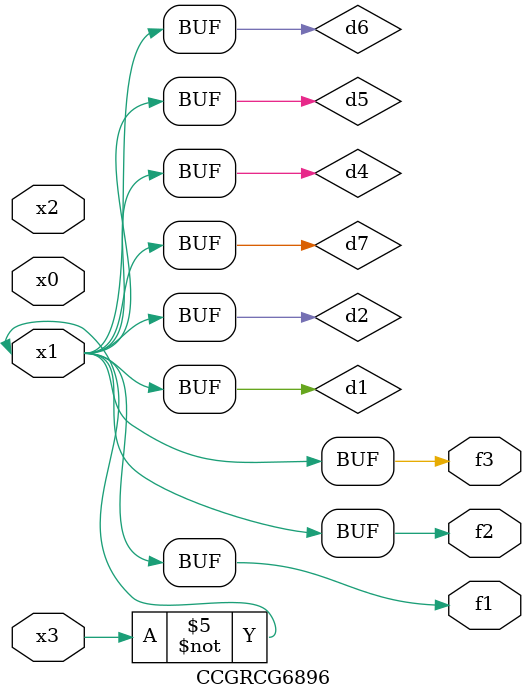
<source format=v>
module CCGRCG6896(
	input x0, x1, x2, x3,
	output f1, f2, f3
);

	wire d1, d2, d3, d4, d5, d6, d7;

	not (d1, x3);
	buf (d2, x1);
	xnor (d3, d1, d2);
	nor (d4, d1);
	buf (d5, d1, d2);
	buf (d6, d4, d5);
	nand (d7, d4);
	assign f1 = d6;
	assign f2 = d7;
	assign f3 = d6;
endmodule

</source>
